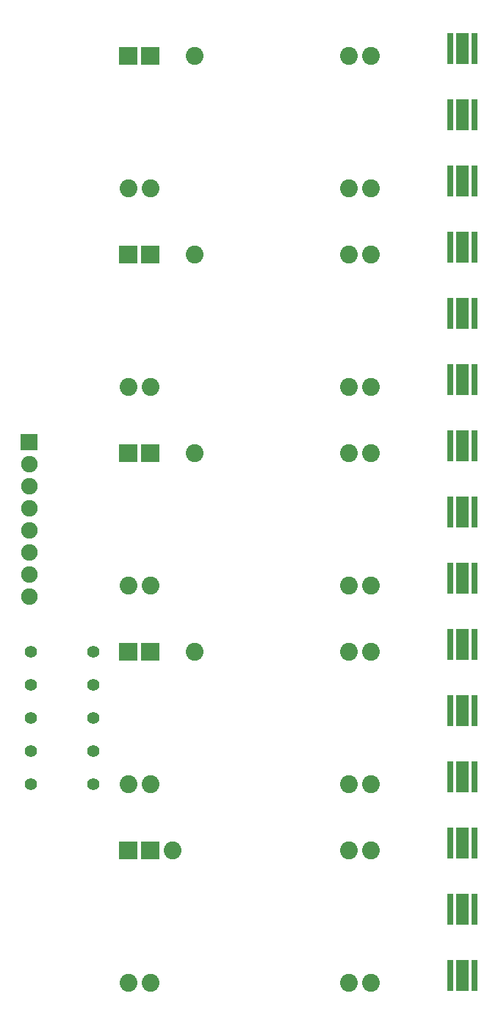
<source format=gts>
G04 Layer: TopSolderMaskLayer*
G04 EasyEDA v6.4.17, 2021-03-30T20:59:40--4:00*
G04 9c89494b3ddf4ec7811cb6ad7e81a00b,7d3a50bdc1ce4050a4f63d2f8b141863,10*
G04 Gerber Generator version 0.2*
G04 Scale: 100 percent, Rotated: No, Reflected: No *
G04 Dimensions in inches *
G04 leading zeros omitted , absolute positions ,3 integer and 6 decimal *
%FSLAX36Y36*%
%MOIN*%

%ADD20C,0.0552*%
%ADD22C,0.0807*%
%ADD24C,0.0749*%

%LPD*%
D20*
G01*
X-291729Y1000000D03*
G01*
X-8270Y1000000D03*
G01*
X-291729Y850000D03*
G01*
X-8270Y850000D03*
G01*
X-291729Y700000D03*
G01*
X-8270Y700000D03*
G01*
X-291729Y550000D03*
G01*
X-8270Y550000D03*
G01*
X-291729Y400000D03*
G01*
X-8270Y400000D03*
G36*
X109600Y959600D02*
G01*
X109600Y1040399D01*
X190399Y1040399D01*
X190399Y959600D01*
G37*
G36*
X209600Y959600D02*
G01*
X209600Y1040399D01*
X290399Y1040399D01*
X290399Y959600D01*
G37*
D22*
G01*
X450000Y1000000D03*
G01*
X1250000Y1000000D03*
G01*
X1150000Y1000000D03*
G01*
X1250000Y400000D03*
G01*
X1150000Y400000D03*
G01*
X250000Y400000D03*
G01*
X150000Y400000D03*
G36*
X109600Y1859600D02*
G01*
X109600Y1940399D01*
X190399Y1940399D01*
X190399Y1859600D01*
G37*
G36*
X209600Y1859600D02*
G01*
X209600Y1940399D01*
X290399Y1940399D01*
X290399Y1859600D01*
G37*
G01*
X450000Y1900000D03*
G01*
X1250000Y1900000D03*
G01*
X1150000Y1900000D03*
G01*
X1250000Y1300000D03*
G01*
X1150000Y1300000D03*
G01*
X250000Y1300000D03*
G01*
X150000Y1300000D03*
G36*
X109600Y2759600D02*
G01*
X109600Y2840399D01*
X190399Y2840399D01*
X190399Y2759600D01*
G37*
G36*
X209600Y2759600D02*
G01*
X209600Y2840399D01*
X290399Y2840399D01*
X290399Y2759600D01*
G37*
G01*
X450000Y2800000D03*
G01*
X1250000Y2800000D03*
G01*
X1150000Y2800000D03*
G01*
X1250000Y2200000D03*
G01*
X1150000Y2200000D03*
G01*
X250000Y2200000D03*
G01*
X150000Y2200000D03*
G36*
X109600Y3659600D02*
G01*
X109600Y3740399D01*
X190399Y3740399D01*
X190399Y3659600D01*
G37*
G36*
X209600Y3659600D02*
G01*
X209600Y3740399D01*
X290399Y3740399D01*
X290399Y3659600D01*
G37*
G01*
X450000Y3700000D03*
G01*
X1250000Y3700000D03*
G01*
X1150000Y3700000D03*
G01*
X1250000Y3100000D03*
G01*
X1150000Y3100000D03*
G01*
X250000Y3100000D03*
G01*
X150000Y3100000D03*
G36*
X-337500Y1912500D02*
G01*
X-337500Y1987500D01*
X-262500Y1987500D01*
X-262500Y1912500D01*
G37*
D24*
G01*
X-300000Y1850000D03*
G01*
X-300000Y1750000D03*
G01*
X-300000Y1650000D03*
G01*
X-300000Y1550000D03*
G01*
X-300000Y1450000D03*
G01*
X-300000Y1350000D03*
G01*
X-300000Y1250000D03*
G36*
X109600Y59600D02*
G01*
X109600Y140399D01*
X190399Y140399D01*
X190399Y59600D01*
G37*
G36*
X209600Y59600D02*
G01*
X209600Y140399D01*
X290399Y140399D01*
X290399Y59600D01*
G37*
D22*
G01*
X350000Y100000D03*
G01*
X1250000Y100000D03*
G01*
X1150000Y100000D03*
G01*
X1250000Y-500000D03*
G01*
X1150000Y-500000D03*
G01*
X250000Y-500000D03*
G01*
X150000Y-500000D03*
G36*
X1708199Y3664099D02*
G01*
X1708199Y3801999D01*
X1735900Y3801999D01*
X1735900Y3664099D01*
G37*
G36*
X1598000Y3664099D02*
G01*
X1598000Y3801999D01*
X1625699Y3801999D01*
X1625699Y3664099D01*
G37*
G36*
X1637299Y3664099D02*
G01*
X1637299Y3801999D01*
X1696499Y3801999D01*
X1696499Y3664099D01*
G37*
G36*
X1708199Y3364099D02*
G01*
X1708199Y3501999D01*
X1735900Y3501999D01*
X1735900Y3364099D01*
G37*
G36*
X1598000Y3364099D02*
G01*
X1598000Y3501999D01*
X1625699Y3501999D01*
X1625699Y3364099D01*
G37*
G36*
X1637299Y3364099D02*
G01*
X1637299Y3501999D01*
X1696499Y3501999D01*
X1696499Y3364099D01*
G37*
G36*
X1708199Y3064099D02*
G01*
X1708199Y3201999D01*
X1735900Y3201999D01*
X1735900Y3064099D01*
G37*
G36*
X1598000Y3064099D02*
G01*
X1598000Y3201999D01*
X1625699Y3201999D01*
X1625699Y3064099D01*
G37*
G36*
X1637299Y3064099D02*
G01*
X1637299Y3201999D01*
X1696499Y3201999D01*
X1696499Y3064099D01*
G37*
G36*
X1708199Y2764099D02*
G01*
X1708199Y2901999D01*
X1735900Y2901999D01*
X1735900Y2764099D01*
G37*
G36*
X1598000Y2764099D02*
G01*
X1598000Y2901999D01*
X1625699Y2901999D01*
X1625699Y2764099D01*
G37*
G36*
X1637299Y2764099D02*
G01*
X1637299Y2901999D01*
X1696499Y2901999D01*
X1696499Y2764099D01*
G37*
G36*
X1708199Y2464099D02*
G01*
X1708199Y2601999D01*
X1735900Y2601999D01*
X1735900Y2464099D01*
G37*
G36*
X1598000Y2464099D02*
G01*
X1598000Y2601999D01*
X1625699Y2601999D01*
X1625699Y2464099D01*
G37*
G36*
X1637299Y2464099D02*
G01*
X1637299Y2601999D01*
X1696499Y2601999D01*
X1696499Y2464099D01*
G37*
G36*
X1708199Y2164099D02*
G01*
X1708199Y2301999D01*
X1735900Y2301999D01*
X1735900Y2164099D01*
G37*
G36*
X1598000Y2164099D02*
G01*
X1598000Y2301999D01*
X1625699Y2301999D01*
X1625699Y2164099D01*
G37*
G36*
X1637299Y2164099D02*
G01*
X1637299Y2301999D01*
X1696499Y2301999D01*
X1696499Y2164099D01*
G37*
G36*
X1708199Y1864099D02*
G01*
X1708199Y2001999D01*
X1735900Y2001999D01*
X1735900Y1864099D01*
G37*
G36*
X1598000Y1864099D02*
G01*
X1598000Y2001999D01*
X1625699Y2001999D01*
X1625699Y1864099D01*
G37*
G36*
X1637299Y1864099D02*
G01*
X1637299Y2001999D01*
X1696499Y2001999D01*
X1696499Y1864099D01*
G37*
G36*
X1708199Y1564099D02*
G01*
X1708199Y1701999D01*
X1735900Y1701999D01*
X1735900Y1564099D01*
G37*
G36*
X1598000Y1564099D02*
G01*
X1598000Y1701999D01*
X1625699Y1701999D01*
X1625699Y1564099D01*
G37*
G36*
X1637299Y1564099D02*
G01*
X1637299Y1701999D01*
X1696499Y1701999D01*
X1696499Y1564099D01*
G37*
G36*
X1708199Y1264099D02*
G01*
X1708199Y1401999D01*
X1735900Y1401999D01*
X1735900Y1264099D01*
G37*
G36*
X1598000Y1264099D02*
G01*
X1598000Y1401999D01*
X1625699Y1401999D01*
X1625699Y1264099D01*
G37*
G36*
X1637299Y1264099D02*
G01*
X1637299Y1401999D01*
X1696499Y1401999D01*
X1696499Y1264099D01*
G37*
G36*
X1708199Y964099D02*
G01*
X1708199Y1101999D01*
X1735900Y1101999D01*
X1735900Y964099D01*
G37*
G36*
X1598000Y964099D02*
G01*
X1598000Y1101999D01*
X1625699Y1101999D01*
X1625699Y964099D01*
G37*
G36*
X1637299Y964099D02*
G01*
X1637299Y1101999D01*
X1696499Y1101999D01*
X1696499Y964099D01*
G37*
G36*
X1708199Y664099D02*
G01*
X1708199Y801999D01*
X1735900Y801999D01*
X1735900Y664099D01*
G37*
G36*
X1598000Y664099D02*
G01*
X1598000Y801999D01*
X1625699Y801999D01*
X1625699Y664099D01*
G37*
G36*
X1637299Y664099D02*
G01*
X1637299Y801999D01*
X1696499Y801999D01*
X1696499Y664099D01*
G37*
G36*
X1708199Y364099D02*
G01*
X1708199Y501999D01*
X1735900Y501999D01*
X1735900Y364099D01*
G37*
G36*
X1598000Y364099D02*
G01*
X1598000Y501999D01*
X1625699Y501999D01*
X1625699Y364099D01*
G37*
G36*
X1637299Y364099D02*
G01*
X1637299Y501999D01*
X1696499Y501999D01*
X1696499Y364099D01*
G37*
G36*
X1708199Y64099D02*
G01*
X1708199Y201999D01*
X1735900Y201999D01*
X1735900Y64099D01*
G37*
G36*
X1598000Y64099D02*
G01*
X1598000Y201999D01*
X1625699Y201999D01*
X1625699Y64099D01*
G37*
G36*
X1637299Y64099D02*
G01*
X1637299Y201999D01*
X1696499Y201999D01*
X1696499Y64099D01*
G37*
G36*
X1708199Y-235900D02*
G01*
X1708199Y-98000D01*
X1735900Y-98000D01*
X1735900Y-235900D01*
G37*
G36*
X1598000Y-235900D02*
G01*
X1598000Y-98000D01*
X1625699Y-98000D01*
X1625699Y-235900D01*
G37*
G36*
X1637299Y-235900D02*
G01*
X1637299Y-98000D01*
X1696499Y-98000D01*
X1696499Y-235900D01*
G37*
G36*
X1708199Y-535900D02*
G01*
X1708199Y-398000D01*
X1735900Y-398000D01*
X1735900Y-535900D01*
G37*
G36*
X1598000Y-535900D02*
G01*
X1598000Y-398000D01*
X1625699Y-398000D01*
X1625699Y-535900D01*
G37*
G36*
X1637299Y-535900D02*
G01*
X1637299Y-398000D01*
X1696499Y-398000D01*
X1696499Y-535900D01*
G37*
M02*

</source>
